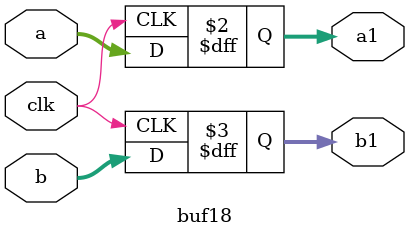
<source format=v>
`timescale 1ns / 1ps
module buf18(
    input [17:0] a,
    input [17:0] b,
    input clk,
    output reg [17:0] a1,
    output reg [17:0] b1
    );


always @(posedge clk) begin
a1<=a;
b1<=b;
end

endmodule

</source>
